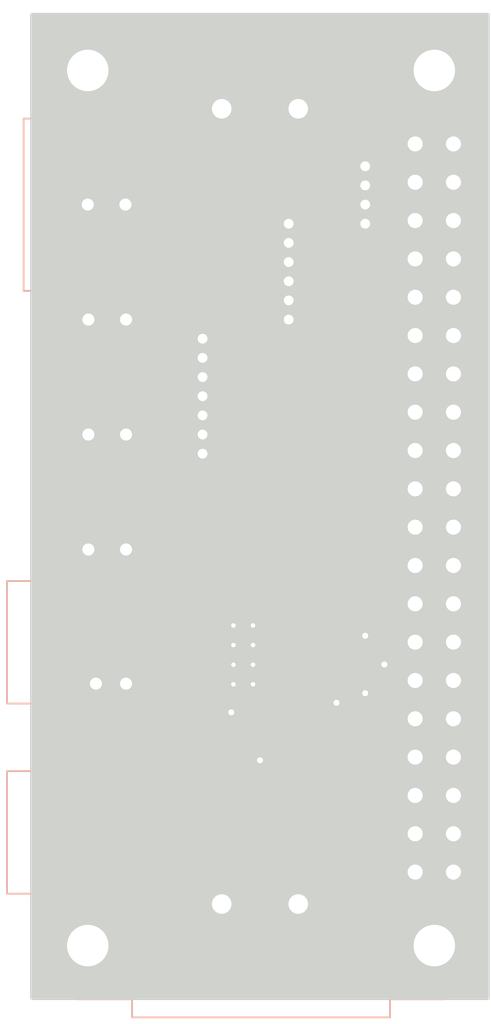
<source format=kicad_pcb>
(kicad_pcb (version 20171130) (host pcbnew 5.1.9)
  (layers (0 F.Cu signal) (31 B.Cu signal) (34 B.Paste user) (35 F.Paste user) (36 B.SilkS user) (37 F.SilkS user) (38 B.Mask user) (39 F.Mask user) (44 Edge.Cuts user))
  (net 0 "")
  (net 1 GND)
  (net 2 "Net-(C1-Pad1)")
  (net 3 "Net-(C3-Pad1)")
  (net 4 "Net-(C4-Pad2)")
  (net 5 "Net-(C4-Pad1)")
  (net 6 +5V)
  (net 7 "Net-(C5-Pad1)")
  (net 8 /CE1)
  (net 9 /MISO)
  (net 10 /TXD)
  (net 11 /MOSI)
  (net 12 /RXD)
  (net 13 /CE0)
  (net 14 /SCLK)
  (net 15 /SCL)
  (net 16 /SDA)
  (net 17 "Net-(R1-Pad2)")
  (net 18 "Net-(J3-Pad40)")
  (net 19 "Net-(J3-Pad22)")
  (net 20 "Net-(J3-Pad29)")
  (net 21 "Net-(J3-Pad7)")
  (net 22 "Net-(J3-Pad32)")
  (net 23 "Net-(J3-Pad31)")
  (net 24 "Net-(J3-Pad18)")
  (net 25 "Net-(J3-Pad17)")
  (net 26 "Net-(J3-Pad36)")
  (net 27 "Net-(J3-Pad35)")
  (net 28 "Net-(J3-Pad33)")
  (net 29 "Net-(J3-Pad38)")
  (net 30 "Net-(J3-Pad37)")
  (net 31 "Net-(J3-Pad13)")
  (net 32 "Net-(J3-Pad28)")
  (net 33 "Net-(J3-Pad27)")
  (net 34 "Net-(J3-Pad12)")
  (net 35 "Net-(J3-Pad11)")
  (net 36 "Net-(J3-Pad1)")
  (net 37 "Net-(J3-Pad16)")
  (net 38 "Net-(J3-Pad15)")
  (net 39 "Net-(J5-Pad6)")
  (net 40 "Net-(J5-Pad2)")
  (module Jumper:SolderJumper-2_P1.3mm_Open_RoundedPad1.0x1.5mm (layer F.Cu) (at 168.91 80.63 270)
    (fp_text reference JP1 (at 0.015 -1.905 90) (layer F.SilkS))
    (fp_text value CTS)
    (pad 1 smd custom (at -0.65 0 270) (size 1 0.5) (layers F.Cu F.Mask) (net 40 "Net-(J5-Pad2)") (options (clearance outline) (anchor rect)) (primitives (gr_circle (center 0 0.25) (end 0.5 0.25) (width 0)) (gr_circle (center 0 -0.25) (end 0.5 -0.25) (width 0)) (gr_poly (pts (xy 0 -0.75) (xy 0.5 -0.75) (xy 0.5 0.75) (xy 0 0.75)) (width 0))))
    (pad 2 smd custom (at 0.65 0 270) (size 1 0.5) (layers F.Cu F.Mask) (net 35 "Net-(J3-Pad11)") (options (clearance outline) (anchor rect)) (primitives (gr_circle (center 0 0.25) (end 0.5 0.25) (width 0)) (gr_circle (center 0 -0.25) (end 0.5 -0.25) (width 0)) (gr_poly (pts (xy 0 -0.75) (xy -0.5 -0.75) (xy -0.5 0.75) (xy 0 0.75)) (width 0))))
  )
  (module Jumper:SolderJumper-2_P1.3mm_Open_RoundedPad1.0x1.5mm (layer F.Cu) (at 160.655 74.28 270)
    (fp_text reference JP2 (at 0.015 1.905 90) (layer F.SilkS))
    (fp_text value RTS)
    (pad 2 smd custom (at 0.65 0 270) (size 1 0.5) (layers F.Cu F.Mask) (net 31 "Net-(J3-Pad13)") (options (clearance outline) (anchor rect)) (primitives (gr_circle (center 0 0.25) (end 0.5 0.25) (width 0)) (gr_circle (center 0 -0.25) (end 0.5 -0.25) (width 0)) (gr_poly (pts (xy 0 -0.75) (xy -0.5 -0.75) (xy -0.5 0.75) (xy 0 0.75)) (width 0))))
    (pad 1 smd custom (at -0.65 0 270) (size 1 0.5) (layers F.Cu F.Mask) (net 39 "Net-(J5-Pad6)") (options (clearance outline) (anchor rect)) (primitives (gr_circle (center 0 0.25) (end 0.5 0.25) (width 0)) (gr_circle (center 0 -0.25) (end 0.5 -0.25) (width 0)) (gr_poly (pts (xy 0 -0.75) (xy 0.5 -0.75) (xy 0.5 0.75) (xy 0 0.75)) (width 0))))
  )
  (module Module:Raspberry_Pi_Zero_Socketed_THT_FaceDown_MountingHoles (layer B.Cu) (at 172.86 68.37 180)
    (fp_text reference J3 (at 2.68 -24.13 270) (layer B.SilkS) (effects (justify mirror)))
    (fp_text value "Raspberry Pi Zero GPIO")
    (pad "" np_thru_hole circle (at -1.27 -53.13 90) (size 2.75 2.75) (drill 2.75) (layers *.Cu *.Mask))
    (pad "" np_thru_hole circle (at 21.73 4.87 90) (size 2.75 2.75) (drill 2.75) (layers *.Cu *.Mask))
    (pad "" np_thru_hole circle (at 21.73 -53.13 90) (size 2.75 2.75) (drill 2.75) (layers *.Cu *.Mask))
    (pad "" np_thru_hole circle (at -1.27 4.87 90) (size 2.75 2.75) (drill 2.75) (layers *.Cu *.Mask))
    (pad 40 thru_hole oval (at -2.54 -48.26 180) (size 1.7 1.7) (drill 1) (layers *.Cu *.Mask) (net 18 "Net-(J3-Pad40)"))
    (pad 39 thru_hole oval (at 0 -48.26 180) (size 1.7 1.7) (drill 1) (layers *.Cu *.Mask) (net 1 GND))
    (pad 26 thru_hole oval (at -2.54 -30.48 180) (size 1.7 1.7) (drill 1) (layers *.Cu *.Mask) (net 8 /CE1))
    (pad 25 thru_hole oval (at 0 -30.48 180) (size 1.7 1.7) (drill 1) (layers *.Cu *.Mask) (net 1 GND))
    (pad 22 thru_hole oval (at -2.54 -25.4 180) (size 1.7 1.7) (drill 1) (layers *.Cu *.Mask) (net 19 "Net-(J3-Pad22)"))
    (pad 21 thru_hole oval (at 0 -25.4 180) (size 1.7 1.7) (drill 1) (layers *.Cu *.Mask) (net 9 /MISO))
    (pad 30 thru_hole oval (at -2.54 -35.56 180) (size 1.7 1.7) (drill 1) (layers *.Cu *.Mask) (net 1 GND))
    (pad 29 thru_hole oval (at 0 -35.56 180) (size 1.7 1.7) (drill 1) (layers *.Cu *.Mask) (net 20 "Net-(J3-Pad29)"))
    (pad 8 thru_hole oval (at -2.54 -7.62 180) (size 1.7 1.7) (drill 1) (layers *.Cu *.Mask) (net 10 /TXD))
    (pad 7 thru_hole oval (at 0 -7.62 180) (size 1.7 1.7) (drill 1) (layers *.Cu *.Mask) (net 21 "Net-(J3-Pad7)"))
    (pad 32 thru_hole oval (at -2.54 -38.1 180) (size 1.7 1.7) (drill 1) (layers *.Cu *.Mask) (net 22 "Net-(J3-Pad32)"))
    (pad 31 thru_hole oval (at 0 -38.1 180) (size 1.7 1.7) (drill 1) (layers *.Cu *.Mask) (net 23 "Net-(J3-Pad31)"))
    (pad 18 thru_hole oval (at -2.54 -20.32 180) (size 1.7 1.7) (drill 1) (layers *.Cu *.Mask) (net 24 "Net-(J3-Pad18)"))
    (pad 17 thru_hole oval (at 0 -20.32 180) (size 1.7 1.7) (drill 1) (layers *.Cu *.Mask) (net 25 "Net-(J3-Pad17)"))
    (pad 36 thru_hole oval (at -2.54 -43.18 180) (size 1.7 1.7) (drill 1) (layers *.Cu *.Mask) (net 26 "Net-(J3-Pad36)"))
    (pad 35 thru_hole oval (at 0 -43.18 180) (size 1.7 1.7) (drill 1) (layers *.Cu *.Mask) (net 27 "Net-(J3-Pad35)"))
    (pad 34 thru_hole oval (at -2.54 -40.64 180) (size 1.7 1.7) (drill 1) (layers *.Cu *.Mask) (net 1 GND))
    (pad 33 thru_hole oval (at 0 -40.64 180) (size 1.7 1.7) (drill 1) (layers *.Cu *.Mask) (net 28 "Net-(J3-Pad33)"))
    (pad 38 thru_hole oval (at -2.54 -45.72 180) (size 1.7 1.7) (drill 1) (layers *.Cu *.Mask) (net 29 "Net-(J3-Pad38)"))
    (pad 37 thru_hole oval (at 0 -45.72 180) (size 1.7 1.7) (drill 1) (layers *.Cu *.Mask) (net 30 "Net-(J3-Pad37)"))
    (pad 20 thru_hole oval (at -2.54 -22.86 180) (size 1.7 1.7) (drill 1) (layers *.Cu *.Mask) (net 1 GND))
    (pad 19 thru_hole oval (at 0 -22.86 180) (size 1.7 1.7) (drill 1) (layers *.Cu *.Mask) (net 11 /MOSI))
    (pad 10 thru_hole oval (at -2.54 -10.16 180) (size 1.7 1.7) (drill 1) (layers *.Cu *.Mask) (net 12 /RXD))
    (pad 9 thru_hole oval (at 0 -10.16 180) (size 1.7 1.7) (drill 1) (layers *.Cu *.Mask) (net 1 GND))
    (pad 14 thru_hole oval (at -2.54 -15.24 180) (size 1.7 1.7) (drill 1) (layers *.Cu *.Mask) (net 1 GND))
    (pad 13 thru_hole oval (at 0 -15.24 180) (size 1.7 1.7) (drill 1) (layers *.Cu *.Mask) (net 31 "Net-(J3-Pad13)"))
    (pad 28 thru_hole oval (at -2.54 -33.02 180) (size 1.7 1.7) (drill 1) (layers *.Cu *.Mask) (net 32 "Net-(J3-Pad28)"))
    (pad 27 thru_hole oval (at 0 -33.02 180) (size 1.7 1.7) (drill 1) (layers *.Cu *.Mask) (net 33 "Net-(J3-Pad27)"))
    (pad 12 thru_hole oval (at -2.54 -12.7 180) (size 1.7 1.7) (drill 1) (layers *.Cu *.Mask) (net 34 "Net-(J3-Pad12)"))
    (pad 11 thru_hole oval (at 0 -12.7 180) (size 1.7 1.7) (drill 1) (layers *.Cu *.Mask) (net 35 "Net-(J3-Pad11)"))
    (pad 24 thru_hole oval (at -2.54 -27.94 180) (size 1.7 1.7) (drill 1) (layers *.Cu *.Mask) (net 13 /CE0))
    (pad 23 thru_hole oval (at 0 -27.94 180) (size 1.7 1.7) (drill 1) (layers *.Cu *.Mask) (net 14 /SCLK))
    (pad 1 thru_hole rect (at 0 0 180) (size 1.7 1.7) (drill 1) (layers *.Cu *.Mask) (net 36 "Net-(J3-Pad1)"))
    (pad 2 thru_hole oval (at -2.54 0 180) (size 1.7 1.7) (drill 1) (layers *.Cu *.Mask) (net 6 +5V))
    (pad 5 thru_hole oval (at 0 -5.08 180) (size 1.7 1.7) (drill 1) (layers *.Cu *.Mask) (net 15 /SCL))
    (pad 4 thru_hole oval (at -2.54 -2.54 180) (size 1.7 1.7) (drill 1) (layers *.Cu *.Mask) (net 6 +5V))
    (pad 16 thru_hole oval (at -2.54 -17.78 180) (size 1.7 1.7) (drill 1) (layers *.Cu *.Mask) (net 37 "Net-(J3-Pad16)"))
    (pad 15 thru_hole oval (at 0 -17.78 180) (size 1.7 1.7) (drill 1) (layers *.Cu *.Mask) (net 38 "Net-(J3-Pad15)"))
    (pad 3 thru_hole oval (at 0 -2.54 180) (size 1.7 1.7) (drill 1) (layers *.Cu *.Mask) (net 16 /SDA))
    (pad 6 thru_hole oval (at -2.54 -5.08 180) (size 1.7 1.7) (drill 1) (layers *.Cu *.Mask) (net 1 GND))
  )
  (module TerminalBlock_Phoenix:TerminalBlock_Phoenix_MKDS-3-2-5.08_1x02_P5.08mm_Horizontal (layer F.Cu) (at 165.1 66.04 180)
    (fp_text reference J2 (at -4.445 3.81) (layer F.SilkS))
    (fp_text value "Power Out")
    (pad 2 thru_hole circle (at 5.08 0 180) (size 2.6 2.6) (drill 1.3) (layers *.Cu *.Mask) (net 1 GND))
    (pad 1 thru_hole rect (at 0 0 180) (size 2.6 2.6) (drill 1.3) (layers *.Cu *.Mask) (net 6 +5V))
  )
  (module Package_SO:Texas_HSOP-8-1EP_3.9x4.9mm_P1.27mm_ThermalVias (layer F.Cu) (at 161.45 102.235)
    (fp_text reference U1 (at 1.11 3.81) (layer F.SilkS))
    (fp_text value LMR33640ADDA)
    (pad 9 thru_hole circle (at 0.65 1.95) (size 0.6 0.6) (drill 0.3) (layers *.Cu) (net 1 GND))
    (pad 9 thru_hole circle (at 0.65 0.65) (size 0.6 0.6) (drill 0.3) (layers *.Cu) (net 1 GND))
    (pad 9 thru_hole circle (at -0.65 0.65) (size 0.6 0.6) (drill 0.3) (layers *.Cu) (net 1 GND))
    (pad 9 thru_hole circle (at -0.65 1.95) (size 0.6 0.6) (drill 0.3) (layers *.Cu) (net 1 GND))
    (pad 9 thru_hole circle (at 0.65 -1.95) (size 0.6 0.6) (drill 0.3) (layers *.Cu) (net 1 GND))
    (pad 9 thru_hole circle (at 0.65 -0.65) (size 0.6 0.6) (drill 0.3) (layers *.Cu) (net 1 GND))
    (pad 9 thru_hole circle (at -0.65 -0.65) (size 0.6 0.6) (drill 0.3) (layers *.Cu) (net 1 GND))
    (pad 9 thru_hole circle (at -0.65 -1.95) (size 0.6 0.6) (drill 0.3) (layers *.Cu) (net 1 GND))
    (pad 8 smd rect (at 2.7 -1.905) (size 1.55 0.6) (layers F.Cu F.Paste F.Mask) (net 5 "Net-(C4-Pad1)"))
    (pad 7 smd rect (at 2.7 -0.635) (size 1.55 0.6) (layers F.Cu F.Paste F.Mask) (net 4 "Net-(C4-Pad2)"))
    (pad 6 smd rect (at 2.7 0.635) (size 1.55 0.6) (layers F.Cu F.Paste F.Mask) (net 3 "Net-(C3-Pad1)"))
    (pad 5 smd rect (at 2.7 1.905) (size 1.55 0.6) (layers F.Cu F.Paste F.Mask) (net 7 "Net-(C5-Pad1)"))
    (pad 4 smd rect (at -2.7 1.905) (size 1.55 0.6) (layers F.Cu F.Paste F.Mask) (net 17 "Net-(R1-Pad2)"))
    (pad 3 smd rect (at -2.7 0.635) (size 1.55 0.6) (layers F.Cu F.Paste F.Mask) (net 2 "Net-(C1-Pad1)"))
    (pad 2 smd rect (at -2.7 -0.635) (size 1.55 0.6) (layers F.Cu F.Paste F.Mask) (net 2 "Net-(C1-Pad1)"))
    (pad 1 smd rect (at -2.7 -1.905) (size 1.55 0.6) (layers F.Cu F.Paste F.Mask) (net 1 GND))
    (pad 9 smd rect (at 0 0) (size 2.95 4.9) (layers B.Cu) (net 1 GND))
    (pad 9 smd rect (at 0 0) (size 2.95 4.9) (layers F.Cu) (net 1 GND))
  )
  (module Resistor_SMD:R_0805_2012Metric (layer F.Cu) (at 165.4575 106.68 180)
    (fp_text reference R3 (at -2.8175 0) (layer F.SilkS))
    (fp_text value 24k9)
    (pad 2 smd roundrect (at 0.9125 0 180) (size 1.025 1.4) (layers F.Cu F.Paste F.Mask) (roundrect_rratio 0.2439014634146341) (net 1 GND))
    (pad 1 smd roundrect (at -0.9125 0 180) (size 1.025 1.4) (layers F.Cu F.Paste F.Mask) (roundrect_rratio 0.2439014634146341) (net 7 "Net-(C5-Pad1)"))
  )
  (module Resistor_SMD:R_0805_2012Metric (layer F.Cu) (at 165.4575 111.76)
    (fp_text reference R2 (at 2.8175 0) (layer F.SilkS))
    (fp_text value 100k)
    (pad 2 smd roundrect (at 0.9125 0) (size 1.025 1.4) (layers F.Cu F.Paste F.Mask) (roundrect_rratio 0.2439014634146341) (net 7 "Net-(C5-Pad1)"))
    (pad 1 smd roundrect (at -0.9125 0) (size 1.025 1.4) (layers F.Cu F.Paste F.Mask) (roundrect_rratio 0.2439014634146341) (net 6 +5V))
  )
  (module Resistor_SMD:R_0805_2012Metric (layer F.Cu) (at 157.8375 106.045 180)
    (fp_text reference R1 (at 0 -1.65) (layer F.SilkS))
    (fp_text value 100k)
    (pad 2 smd roundrect (at 0.9125 0 180) (size 1.025 1.4) (layers F.Cu F.Paste F.Mask) (roundrect_rratio 0.2439014634146341) (net 17 "Net-(R1-Pad2)"))
    (pad 1 smd roundrect (at -0.9125 0 180) (size 1.025 1.4) (layers F.Cu F.Paste F.Mask) (roundrect_rratio 0.2439014634146341) (net 3 "Net-(C3-Pad1)"))
  )
  (module Inductor_SMD:L_Bourns_SRP7028A_7.3x6.6mm (layer F.Cu) (at 161.29 95.25 180)
    (fp_text reference L1 (at 0 4.445) (layer F.SilkS))
    (fp_text value 6u8)
    (pad 2 smd rect (at 2.725 0 180) (size 2.95 3.5) (layers F.Cu F.Paste F.Mask) (net 6 +5V))
    (pad 1 smd rect (at -2.725 0 180) (size 2.95 3.5) (layers F.Cu F.Paste F.Mask) (net 5 "Net-(C4-Pad1)"))
  )
  (module Connector_PinHeader_1.27mm:PinHeader_1x07_P1.27mm_Vertical (layer F.Cu) (at 158.75 81.28)
    (fp_text reference J6 (at 0 -1.695) (layer F.SilkS))
    (fp_text value SPI0)
    (pad 7 thru_hole oval (at 0 7.62) (size 1 1) (drill 0.65) (layers *.Cu *.Mask) (net 1 GND))
    (pad 6 thru_hole oval (at 0 6.35) (size 1 1) (drill 0.65) (layers *.Cu *.Mask) (net 8 /CE1))
    (pad 5 thru_hole oval (at 0 5.08) (size 1 1) (drill 0.65) (layers *.Cu *.Mask) (net 13 /CE0))
    (pad 4 thru_hole oval (at 0 3.81) (size 1 1) (drill 0.65) (layers *.Cu *.Mask) (net 14 /SCLK))
    (pad 3 thru_hole oval (at 0 2.54) (size 1 1) (drill 0.65) (layers *.Cu *.Mask) (net 9 /MISO))
    (pad 2 thru_hole oval (at 0 1.27) (size 1 1) (drill 0.65) (layers *.Cu *.Mask) (net 11 /MOSI))
    (pad 1 thru_hole rect (at 0 0) (size 1 1) (drill 0.65) (layers *.Cu *.Mask) (net 6 +5V))
  )
  (module Connector_PinHeader_1.27mm:PinHeader_1x06_P1.27mm_Vertical (layer F.Cu) (at 164.465 80.01 180)
    (fp_text reference J5 (at 0 -1.695) (layer F.SilkS))
    (fp_text value FTDI)
    (pad 6 thru_hole oval (at 0 6.35 180) (size 1 1) (drill 0.65) (layers *.Cu *.Mask) (net 39 "Net-(J5-Pad6)"))
    (pad 5 thru_hole oval (at 0 5.08 180) (size 1 1) (drill 0.65) (layers *.Cu *.Mask) (net 10 /TXD))
    (pad 4 thru_hole oval (at 0 3.81 180) (size 1 1) (drill 0.65) (layers *.Cu *.Mask) (net 12 /RXD))
    (pad 3 thru_hole oval (at 0 2.54 180) (size 1 1) (drill 0.65) (layers *.Cu *.Mask) (net 6 +5V))
    (pad 2 thru_hole oval (at 0 1.27 180) (size 1 1) (drill 0.65) (layers *.Cu *.Mask) (net 40 "Net-(J5-Pad2)"))
    (pad 1 thru_hole rect (at 0 0 180) (size 1 1) (drill 0.65) (layers *.Cu *.Mask) (net 1 GND))
  )
  (module Connector_PinHeader_1.27mm:PinHeader_1x04_P1.27mm_Vertical (layer F.Cu) (at 169.545 69.85)
    (fp_text reference J4 (at 0 -1.905 180) (layer F.SilkS))
    (fp_text value I2C)
    (pad 4 thru_hole oval (at 0 3.81) (size 1 1) (drill 0.65) (layers *.Cu *.Mask) (net 1 GND))
    (pad 3 thru_hole oval (at 0 2.54) (size 1 1) (drill 0.65) (layers *.Cu *.Mask) (net 15 /SCL))
    (pad 2 thru_hole oval (at 0 1.27) (size 1 1) (drill 0.65) (layers *.Cu *.Mask) (net 16 /SDA))
    (pad 1 thru_hole rect (at 0 0) (size 1 1) (drill 0.65) (layers *.Cu *.Mask) (net 6 +5V))
  )
  (module TerminalBlock_Phoenix:TerminalBlock_Phoenix_MKDS-3-2-5.08_1x02_P5.08mm_Horizontal (layer F.Cu) (at 160.02 118.745)
    (fp_text reference J1 (at 9.525 3.81) (layer F.SilkS))
    (fp_text value "Power In")
    (pad 2 thru_hole circle (at 5.08 0) (size 2.6 2.6) (drill 1.3) (layers *.Cu *.Mask) (net 1 GND))
    (pad 1 thru_hole rect (at 0 0) (size 2.6 2.6) (drill 1.3) (layers *.Cu *.Mask) (net 2 "Net-(C1-Pad1)"))
  )
  (module Capacitor_THT:CP_Radial_D6.3mm_P2.50mm (layer F.Cu) (at 153.63 72.39 180)
    (fp_text reference C9 (at 3.77 -3.81) (layer F.SilkS))
    (fp_text value 22u)
    (pad 2 thru_hole circle (at 2.5 0 180) (size 1.6 1.6) (drill 0.8) (layers *.Cu *.Mask) (net 1 GND))
    (pad 1 thru_hole rect (at 0 0 180) (size 1.6 1.6) (drill 0.8) (layers *.Cu *.Mask) (net 6 +5V))
  )
  (module Capacitor_THT:CP_Radial_D6.3mm_P2.50mm (layer F.Cu) (at 153.67 80.01 180)
    (fp_text reference C8 (at 3.81 -3.81) (layer F.SilkS))
    (fp_text value 22u)
    (pad 2 thru_hole circle (at 2.5 0 180) (size 1.6 1.6) (drill 0.8) (layers *.Cu *.Mask) (net 1 GND))
    (pad 1 thru_hole rect (at 0 0 180) (size 1.6 1.6) (drill 0.8) (layers *.Cu *.Mask) (net 6 +5V))
  )
  (module Capacitor_THT:CP_Radial_D6.3mm_P2.50mm (layer F.Cu) (at 153.67 87.63 180)
    (fp_text reference C7 (at 3.81 -3.81) (layer F.SilkS))
    (fp_text value 22u)
    (pad 2 thru_hole circle (at 2.5 0 180) (size 1.6 1.6) (drill 0.8) (layers *.Cu *.Mask) (net 1 GND))
    (pad 1 thru_hole rect (at 0 0 180) (size 1.6 1.6) (drill 0.8) (layers *.Cu *.Mask) (net 6 +5V))
  )
  (module Capacitor_THT:CP_Radial_D6.3mm_P2.50mm (layer F.Cu) (at 153.67 95.25 180)
    (fp_text reference C6 (at 3.81 -3.81) (layer F.SilkS))
    (fp_text value 22u)
    (pad 2 thru_hole circle (at 2.5 0 180) (size 1.6 1.6) (drill 0.8) (layers *.Cu *.Mask) (net 1 GND))
    (pad 1 thru_hole rect (at 0 0 180) (size 1.6 1.6) (drill 0.8) (layers *.Cu *.Mask) (net 6 +5V))
  )
  (module Capacitor_SMD:C_0805_2012Metric (layer F.Cu) (at 165.42 109.22 180)
    (fp_text reference C5 (at -2.855 0) (layer F.SilkS))
    (fp_text value NP)
    (pad 2 smd roundrect (at 0.95 0 180) (size 1 1.45) (layers F.Cu F.Paste F.Mask) (net 6 +5V))
    (pad 1 smd roundrect (at -0.95 0 180) (size 1 1.45) (layers F.Cu F.Paste F.Mask) (net 7 "Net-(C5-Pad1)"))
  )
  (module Capacitor_SMD:C_0805_2012Metric (layer F.Cu) (at 167.64 99.695 270)
    (fp_text reference C4 (at 0 1.905 90) (layer F.SilkS))
    (fp_text value 100n)
    (pad 2 smd roundrect (at 0.95 0 270) (size 1 1.45) (layers F.Cu F.Paste F.Mask) (net 4 "Net-(C4-Pad2)"))
    (pad 1 smd roundrect (at -0.95 0 270) (size 1 1.45) (layers F.Cu F.Paste F.Mask) (net 5 "Net-(C4-Pad1)"))
  )
  (module Capacitor_SMD:C_0805_2012Metric (layer F.Cu) (at 168.59 102.87)
    (fp_text reference C3 (at -2.22 0 90) (layer F.SilkS))
    (fp_text value 1u)
    (pad 2 smd roundrect (at 0.95 0) (size 1 1.45) (layers F.Cu F.Paste F.Mask) (net 1 GND))
    (pad 1 smd roundrect (at -0.95 0) (size 1 1.45) (layers F.Cu F.Paste F.Mask) (net 3 "Net-(C3-Pad1)"))
  )
  (module Capacitor_SMD:C_0805_2012Metric (layer F.Cu) (at 156.21 100.65 90)
    (fp_text reference C2 (at 0 -1.68 90) (layer F.SilkS))
    (fp_text value 220n)
    (pad 2 smd roundrect (at 0.95 0 90) (size 1 1.45) (layers F.Cu F.Paste F.Mask) (net 1 GND))
    (pad 1 smd roundrect (at -0.95 0 90) (size 1 1.45) (layers F.Cu F.Paste F.Mask) (net 2 "Net-(C1-Pad1)"))
  )
  (module Capacitor_THT:CP_Radial_D5.0mm_P2.00mm (layer F.Cu) (at 153.67 104.14 180)
    (fp_text reference C1 (at 1 -3.75) (layer F.SilkS))
    (fp_text value 10u)
    (pad 2 thru_hole circle (at 2 0 180) (size 1.6 1.6) (drill 0.8) (layers *.Cu *.Mask) (net 1 GND))
    (pad 1 thru_hole rect (at 0 0 180) (size 1.6 1.6) (drill 0.8) (layers *.Cu *.Mask) (net 2 "Net-(C1-Pad1)"))
  )
  (gr_text JLCJLCJLCJLC (at 162.56 121.92) (layer F.SilkS) (effects (font (size 0.9 0.9))))
  (gr_text GND (at 171.45 73.66) (layer F.SilkS) (effects (font (size 0.5 0.5) (thickness 0.125))))
  (gr_text 5V (at 171.45 69.85) (layer F.SilkS) (effects (font (size 0.5 0.5) (thickness 0.125))))
  (gr_text SDA (at 171.45 71.12) (layer F.SilkS) (effects (font (size 0.5 0.5) (thickness 0.125))))
  (gr_text SCL (at 171.45 72.39) (layer F.SilkS) (effects (font (size 0.5 0.5) (thickness 0.125))))
  (gr_text "SSLPOL\nRev. A\nSean Leavey" (at 147.955 111.76) (layer F.SilkS) (effects (font (size 0.9 0.9) (thickness 0.2)) (justify left)))
  (gr_text CTS (at 166.37 78.74) (layer F.SilkS) (effects (font (size 0.5 0.5) (thickness 0.125))))
  (gr_text RTS (at 166.37 73.66) (layer F.SilkS) (effects (font (size 0.5 0.5) (thickness 0.125))))
  (gr_text CE1 (at 156.845 87.63) (layer F.SilkS) (effects (font (size 0.5 0.5) (thickness 0.125))))
  (gr_text CE0 (at 156.845 86.36) (layer F.SilkS) (effects (font (size 0.5 0.5) (thickness 0.125))))
  (gr_text GND (at 166.37 80.01) (layer F.SilkS) (effects (font (size 0.5 0.5) (thickness 0.125))))
  (gr_text 5V (at 166.37 77.47) (layer F.SilkS) (effects (font (size 0.5 0.5) (thickness 0.125))))
  (gr_text RX (at 166.37 76.2) (layer F.SilkS) (effects (font (size 0.5 0.5) (thickness 0.125))))
  (gr_text TX (at 166.37 74.98) (layer F.SilkS) (effects (font (size 0.5 0.5) (thickness 0.125))))
  (gr_text SCLK (at 156.21 85.09) (layer F.SilkS) (effects (font (size 0.5 0.5) (thickness 0.125))))
  (gr_text MISO (at 156.21 83.82) (layer F.SilkS) (effects (font (size 0.5 0.5) (thickness 0.125))))
  (gr_text MOSI (at 156.21 82.55) (layer F.SilkS) (effects (font (size 0.5 0.5) (thickness 0.125))))
  (gr_text SPI (at 162.56 85.09) (layer F.SilkS) (effects (font (size 1.5 1.5) (thickness 0.3))))
  (gr_text FTDI (at 160.655 76.835) (layer F.SilkS) (effects (font (size 1.5 1.5) (thickness 0.3))))
  (gr_text I2C (at 169.545 76.2) (layer F.SilkS) (effects (font (size 1.5 1.5) (thickness 0.3))))
  (gr_text 5V (at 169.545 65.405 90) (layer F.SilkS) (effects (font (size 1.5 1.5) (thickness 0.3))))
  (gr_text GND (at 155.575 66.04 270) (layer F.SilkS) (effects (font (size 1.5 1.5) (thickness 0.3))))
  (gr_text GND (at 169.545 118.745 90) (layer F.SilkS) (effects (font (size 1.5 1.5) (thickness 0.3))))
  (gr_text VIN (at 155.575 118.745 270) (layer F.SilkS) (effects (font (size 1.5 1.5) (thickness 0.3))))
  (via (at 169.545 100.965) (size 0.8) (drill 0.4) (layers F.Cu B.Cu) (net 1))
  (via (at 170.815 102.87) (size 0.8) (drill 0.4) (layers F.Cu B.Cu) (net 1))
  (via (at 169.545 104.775) (size 0.8) (drill 0.4) (layers F.Cu B.Cu) (net 1))
  (segment (start 164.15 102.87) (end 167.64 102.87) (width 1) (layer F.Cu) (net 3))
  (via (at 167.64 105.41) (size 0.8) (drill 0.4) (layers F.Cu B.Cu) (net 3))
  (segment (start 167.64 105.41) (end 167.64 102.87) (width 1) (layer F.Cu) (net 3))
  (segment (start 167.005 106.045) (end 167.64 105.41) (width 1) (layer B.Cu) (net 3))
  (segment (start 160.655 106.045) (end 167.005 106.045) (width 1) (layer B.Cu) (net 3))
  (segment (start 160.02 106.045) (end 158.75 106.045) (width 1) (layer F.Cu) (net 3))
  (segment (start 160.655 106.045) (end 160.02 106.045) (width 1) (layer F.Cu) (net 3))
  (via (at 160.655 106.045) (size 0.8) (drill 0.4) (layers F.Cu B.Cu) (net 3))
  (segment (start 165.925 101.6) (end 166.245 101.28) (width 1) (layer F.Cu) (net 4))
  (segment (start 164.15 101.6) (end 165.925 101.6) (width 1) (layer F.Cu) (net 4))
  (segment (start 166.88 100.645) (end 167.64 100.645) (width 1) (layer F.Cu) (net 4))
  (segment (start 165.925 101.6) (end 166.88 100.645) (width 1) (layer F.Cu) (net 4))
  (segment (start 167.08293 98.745) (end 167.64 98.745) (width 1) (layer F.Cu) (net 5))
  (segment (start 165.49793 100.33) (end 167.08293 98.745) (width 1) (layer F.Cu) (net 5))
  (segment (start 164.15 100.33) (end 165.49793 100.33) (width 1) (layer F.Cu) (net 5))
  (segment (start 164.545 109.295) (end 164.47 109.22) (width 1) (layer F.Cu) (net 6))
  (segment (start 164.545 111.76) (end 164.545 109.295) (width 1) (layer F.Cu) (net 6))
  (via (at 162.56 109.22) (size 0.8) (drill 0.4) (layers F.Cu B.Cu) (net 6))
  (segment (start 164.47 109.22) (end 162.56 109.22) (width 1) (layer F.Cu) (net 6))
  (segment (start 153.67 97.79) (end 153.67 95.25) (width 1) (layer B.Cu) (net 6))
  (segment (start 148.59 102.87) (end 153.67 97.79) (width 1) (layer B.Cu) (net 6))
  (segment (start 148.59 105.41) (end 148.59 102.87) (width 1) (layer B.Cu) (net 6))
  (segment (start 152.4 109.22) (end 148.59 105.41) (width 1) (layer B.Cu) (net 6))
  (segment (start 162.56 109.22) (end 152.4 109.22) (width 1) (layer B.Cu) (net 6))
  (segment (start 169.660001 69.734999) (end 169.545 69.85) (width 0.25) (layer F.Cu) (net 6))
  (segment (start 174.224999 69.734999) (end 169.660001 69.734999) (width 0.25) (layer F.Cu) (net 6))
  (segment (start 175.4 68.559998) (end 175.4 68.37) (width 0.25) (layer F.Cu) (net 6))
  (segment (start 175.375001 69.734999) (end 175.4 69.71) (width 0.25) (layer F.Cu) (net 6))
  (segment (start 174.740001 69.734999) (end 174.740001 69.330001) (width 0.25) (layer F.Cu) (net 6))
  (segment (start 174.684999 69.274999) (end 175.4 68.559998) (width 0.25) (layer F.Cu) (net 6))
  (segment (start 174.740001 69.330001) (end 174.684999 69.274999) (width 0.25) (layer F.Cu) (net 6))
  (segment (start 174.224999 69.734999) (end 174.740001 69.734999) (width 0.25) (layer F.Cu) (net 6))
  (segment (start 174.740001 69.734999) (end 175.375001 69.734999) (width 0.25) (layer F.Cu) (net 6))
  (segment (start 174.740001 70.250001) (end 175.4 70.91) (width 0.25) (layer F.Cu) (net 6))
  (segment (start 174.740001 69.734999) (end 174.740001 70.250001) (width 0.25) (layer F.Cu) (net 6))
  (segment (start 174.4825 69.9925) (end 174.625 69.85) (width 0.25) (layer F.Cu) (net 6))
  (segment (start 175.4 70.91) (end 174.4825 69.9925) (width 0.25) (layer F.Cu) (net 6))
  (segment (start 174.4825 69.9925) (end 174.224999 69.734999) (width 0.25) (layer F.Cu) (net 6))
  (segment (start 174.625 69.85) (end 174.367499 69.592499) (width 0.25) (layer F.Cu) (net 6))
  (segment (start 174.367499 69.592499) (end 174.684999 69.274999) (width 0.25) (layer F.Cu) (net 6))
  (segment (start 174.224999 69.734999) (end 174.367499 69.592499) (width 0.25) (layer F.Cu) (net 6))
  (segment (start 174.597501 69.592499) (end 174.740001 69.734999) (width 0.25) (layer F.Cu) (net 6))
  (segment (start 174.367499 69.592499) (end 174.597501 69.592499) (width 0.25) (layer F.Cu) (net 6))
  (segment (start 175.12 69.355) (end 175.4 69.355) (width 0.25) (layer F.Cu) (net 6))
  (segment (start 175.4 69.355) (end 175.4 68.37) (width 1) (layer F.Cu) (net 6))
  (segment (start 175.4 69.71) (end 175.4 69.355) (width 1) (layer F.Cu) (net 6))
  (segment (start 175.039999 69.274999) (end 175.12 69.355) (width 0.25) (layer F.Cu) (net 6))
  (segment (start 174.684999 69.274999) (end 175.039999 69.274999) (width 0.25) (layer F.Cu) (net 6))
  (segment (start 175.12 69.71) (end 175.4 69.71) (width 0.25) (layer F.Cu) (net 6))
  (segment (start 174.684999 69.274999) (end 175.12 69.71) (width 0.25) (layer F.Cu) (net 6))
  (segment (start 175.4 69.99) (end 175.4 69.71) (width 1) (layer F.Cu) (net 6))
  (segment (start 175.3975 69.9925) (end 175.4 69.99) (width 0.25) (layer F.Cu) (net 6))
  (segment (start 175.4 70.91) (end 175.4 69.99) (width 1) (layer F.Cu) (net 6))
  (segment (start 174.7675 70.2775) (end 175.4 70.91) (width 0.25) (layer F.Cu) (net 6))
  (segment (start 174.7675 69.9925) (end 174.7675 70.2775) (width 0.25) (layer F.Cu) (net 6))
  (segment (start 174.4825 69.9925) (end 174.7675 69.9925) (width 0.25) (layer F.Cu) (net 6))
  (segment (start 174.7675 69.9925) (end 175.3975 69.9925) (width 0.25) (layer F.Cu) (net 6))
  (segment (start 175.1125 70.2775) (end 175.4 69.99) (width 0.25) (layer F.Cu) (net 6))
  (segment (start 174.7675 70.2775) (end 175.1125 70.2775) (width 0.25) (layer F.Cu) (net 6))
  (segment (start 175.4 70.625) (end 174.7675 69.9925) (width 0.25) (layer F.Cu) (net 6))
  (segment (start 175.4 70.91) (end 175.4 70.625) (width 0.25) (layer F.Cu) (net 6))
  (segment (start 175.144999 69.734999) (end 175.4 69.99) (width 0.25) (layer F.Cu) (net 6))
  (segment (start 174.740001 69.734999) (end 175.144999 69.734999) (width 0.25) (layer F.Cu) (net 6))
  (segment (start 174.684999 69.274999) (end 174.7675 69.3575) (width 0.25) (layer F.Cu) (net 6))
  (segment (start 175.05 69.99) (end 174.7675 69.7075) (width 0.25) (layer F.Cu) (net 6))
  (segment (start 175.4 69.99) (end 175.05 69.99) (width 0.25) (layer F.Cu) (net 6))
  (segment (start 174.7675 69.7075) (end 174.7675 69.9925) (width 0.25) (layer F.Cu) (net 6))
  (segment (start 174.7675 69.3575) (end 174.7675 69.7075) (width 0.25) (layer F.Cu) (net 6))
  (segment (start 154.94 81.28) (end 153.67 80.01) (width 0.25) (layer B.Cu) (net 6))
  (segment (start 158.75 81.28) (end 154.94 81.28) (width 0.25) (layer B.Cu) (net 6))
  (segment (start 162.56 77.47) (end 158.75 81.28) (width 0.25) (layer B.Cu) (net 6))
  (segment (start 164.465 77.47) (end 162.56 77.47) (width 0.25) (layer B.Cu) (net 6))
  (segment (start 166.37 106.68) (end 166.37 109.22) (width 1) (layer F.Cu) (net 7))
  (segment (start 166.37 109.22) (end 166.37 111.76) (width 1) (layer F.Cu) (net 7))
  (segment (start 166.37 106.68) (end 166.37 105.41) (width 1) (layer F.Cu) (net 7))
  (segment (start 165.1 104.14) (end 164.15 104.14) (width 1) (layer F.Cu) (net 7))
  (segment (start 166.37 105.41) (end 165.1 104.14) (width 1) (layer F.Cu) (net 7))
  (segment (start 166.37 87.63) (end 162.56 87.63) (width 0.25) (layer B.Cu) (net 8))
  (segment (start 170.18 97.909002) (end 170.18 91.44) (width 0.25) (layer B.Cu) (net 8))
  (segment (start 172.295999 100.025001) (end 170.18 97.909002) (width 0.25) (layer B.Cu) (net 8))
  (segment (start 170.18 91.44) (end 166.37 87.63) (width 0.25) (layer B.Cu) (net 8))
  (segment (start 174.224999 100.025001) (end 172.295999 100.025001) (width 0.25) (layer B.Cu) (net 8))
  (segment (start 175.4 98.85) (end 174.224999 100.025001) (width 0.25) (layer B.Cu) (net 8))
  (segment (start 162.56 87.63) (end 158.75 87.63) (width 0.25) (layer B.Cu) (net 8))
  (segment (start 172.86 93.77) (end 171.530028 92.440027) (width 0.25) (layer B.Cu) (net 9))
  (segment (start 164.46923 83.82) (end 162.56 83.82) (width 0.25) (layer B.Cu) (net 9))
  (segment (start 171.530028 90.880798) (end 164.46923 83.82) (width 0.25) (layer B.Cu) (net 9))
  (segment (start 171.530028 92.440027) (end 171.530028 90.880798) (width 0.25) (layer B.Cu) (net 9))
  (segment (start 162.56 83.82) (end 158.75 83.82) (width 0.25) (layer B.Cu) (net 9))
  (segment (start 164.465 74.93) (end 166.37141 74.93) (width 0.25) (layer F.Cu) (net 10))
  (segment (start 174.035001 77.354999) (end 175.4 75.99) (width 0.25) (layer F.Cu) (net 10))
  (segment (start 168.796409 77.354999) (end 174.035001 77.354999) (width 0.25) (layer F.Cu) (net 10))
  (segment (start 166.37141 74.93) (end 168.796409 77.354999) (width 0.25) (layer F.Cu) (net 10))
  (segment (start 162.56 82.55) (end 163.83564 82.55) (width 0.25) (layer B.Cu) (net 11))
  (segment (start 172.51564 91.23) (end 172.86 91.23) (width 0.25) (layer B.Cu) (net 11))
  (segment (start 163.83564 82.55) (end 172.51564 91.23) (width 0.25) (layer B.Cu) (net 11))
  (segment (start 162.56 82.55) (end 158.75 82.55) (width 0.25) (layer B.Cu) (net 11))
  (segment (start 164.465 76.2) (end 167.005 76.2) (width 0.25) (layer F.Cu) (net 12))
  (segment (start 174.224999 79.705001) (end 175.4 78.53) (width 0.25) (layer F.Cu) (net 12))
  (segment (start 170.510001 79.705001) (end 174.224999 79.705001) (width 0.25) (layer F.Cu) (net 12))
  (segment (start 167.005 76.2) (end 170.510001 79.705001) (width 0.25) (layer F.Cu) (net 12))
  (segment (start 165.73641 86.36) (end 162.56 86.36) (width 0.25) (layer B.Cu) (net 13))
  (segment (start 170.630009 91.253599) (end 165.73641 86.36) (width 0.25) (layer B.Cu) (net 13))
  (segment (start 170.630009 95.819011) (end 170.630009 91.253599) (width 0.25) (layer B.Cu) (net 13))
  (segment (start 172.295999 97.485001) (end 170.630009 95.819011) (width 0.25) (layer B.Cu) (net 13))
  (segment (start 162.56 86.36) (end 158.75 86.36) (width 0.25) (layer B.Cu) (net 13))
  (segment (start 174.224999 97.485001) (end 172.295999 97.485001) (width 0.25) (layer B.Cu) (net 13))
  (segment (start 175.4 96.31) (end 174.224999 97.485001) (width 0.25) (layer B.Cu) (net 13))
  (segment (start 165.10282 85.09) (end 162.56 85.09) (width 0.25) (layer B.Cu) (net 14))
  (segment (start 171.080019 91.067199) (end 165.10282 85.09) (width 0.25) (layer B.Cu) (net 14))
  (segment (start 171.080018 94.530018) (end 171.080019 91.067199) (width 0.25) (layer B.Cu) (net 14))
  (segment (start 172.86 96.31) (end 171.080018 94.530018) (width 0.25) (layer B.Cu) (net 14))
  (segment (start 162.56 85.09) (end 158.75 85.09) (width 0.25) (layer B.Cu) (net 14))
  (segment (start 172.86 73.45) (end 171.8 72.39) (width 0.25) (layer F.Cu) (net 15))
  (segment (start 171.8 72.39) (end 169.545 72.39) (width 0.25) (layer F.Cu) (net 15))
  (segment (start 172.86 70.91) (end 172.65 71.12) (width 0.25) (layer F.Cu) (net 16))
  (segment (start 172.65 71.12) (end 169.545 71.12) (width 0.25) (layer F.Cu) (net 16))
  (segment (start 158.75 104.14) (end 157.48 104.14) (width 1) (layer F.Cu) (net 17))
  (segment (start 156.925 104.695) (end 157.48 104.14) (width 1) (layer F.Cu) (net 17))
  (segment (start 156.925 106.045) (end 156.925 104.695) (width 1) (layer F.Cu) (net 17))
  (segment (start 163.62 83.61) (end 172.86 83.61) (width 0.25) (layer F.Cu) (net 31))
  (segment (start 160.655 80.645) (end 163.62 83.61) (width 0.25) (layer F.Cu) (net 31))
  (segment (start 160.655 74.93) (end 160.655 80.645) (width 0.25) (layer F.Cu) (net 31))
  (segment (start 169.12 81.07) (end 168.91 81.28) (width 0.25) (layer F.Cu) (net 35))
  (segment (start 172.86 81.07) (end 169.12 81.07) (width 0.25) (layer F.Cu) (net 35))
  (segment (start 164.435 73.63) (end 164.465 73.66) (width 0.25) (layer F.Cu) (net 39))
  (segment (start 160.685 73.66) (end 160.655 73.63) (width 0.25) (layer F.Cu) (net 39))
  (segment (start 164.465 73.66) (end 160.685 73.66) (width 0.25) (layer F.Cu) (net 39))
  (segment (start 167.67 78.74) (end 164.465 78.74) (width 0.25) (layer F.Cu) (net 40))
  (segment (start 168.91 79.98) (end 167.67 78.74) (width 0.25) (layer F.Cu) (net 40))
  (zone (net 5) (net_name "Net-(C4-Pad1)") (layer F.Cu) (priority 1) (connect_pads (clearance 0.508)) (min_thickness 0.254) (fill yes (arc_segments 32) (thermal_gap 0.508) (thermal_bridge_width 0.508))
    (polygon (pts (xy 170.18 99.689834) (xy 162.56 99.700167) (xy 162.56 91.445167) (xy 170.18 91.434834)))
  )
  (zone (net 6) (net_name +5V) (layer F.Cu) (priority 1) (connect_pads (clearance 0.508)) (min_thickness 0.254) (fill yes (arc_segments 32) (thermal_gap 0.508) (thermal_bridge_width 0.508))
    (polygon (pts (xy 162.56 68.58) (xy 162.56 63.5) (xy 167.005 63.5) (xy 170.815 67.31) (xy 170.815 70.485) (xy 168.275 70.485) (xy 168.275 72.39) (xy 156.21 72.39) (xy 156.21 91.44) (xy 160.02 91.44) (xy 160.02 97.79) (xy 152.4 97.79) (xy 152.4 71.12) (xy 152.4 68.58) (xy 156.21 68.58)))
  )
  (zone (net 2) (net_name "Net-(C1-Pad1)") (layer F.Cu) (priority 1) (connect_pads (clearance 0.508)) (min_thickness 0.254) (fill yes (arc_segments 32) (thermal_gap 0.508) (thermal_bridge_width 0.508))
    (polygon (pts (xy 159.385 103.505) (xy 156.21 103.505) (xy 154.94 104.775) (xy 154.94 109.855) (xy 162.56 117.475) (xy 162.56 121.285) (xy 157.48 121.285) (xy 157.48 116.205) (xy 152.4 111.125) (xy 152.4 104.14) (xy 155.575 100.965) (xy 159.385 100.965)))
  )
  (zone (net 1) (net_name GND) (layer F.Cu) (connect_pads (clearance 0.508)) (min_thickness 0.254) (fill yes (arc_segments 32) (thermal_gap 0.508) (thermal_bridge_width 0.508))
    (polygon (pts (xy 177.8 125.095) (xy 147.32 125.095) (xy 147.32 59.69) (xy 177.8 59.69)))
  )
  (zone (net 1) (net_name GND) (layer B.Cu) (connect_pads (clearance 0.508)) (min_thickness 0.254) (fill yes (arc_segments 32) (thermal_gap 0.508) (thermal_bridge_width 0.508))
    (polygon (pts (xy 177.8 125.095) (xy 147.32 125.095) (xy 147.32 59.69) (xy 177.8 59.69)))
  )
  (zone (net 0) (net_name "") (layer Edge.Cuts) (priority 1) (connect_pads (clearance 0.508)) (min_thickness 0.254) (fill yes (arc_segments 32) (thermal_gap 0.508) (thermal_bridge_width 0.508))
    (polygon (pts (xy 177.8 125.095) (xy 147.32 125.095) (xy 147.32 59.69) (xy 177.8 59.69)))
  )
)
</source>
